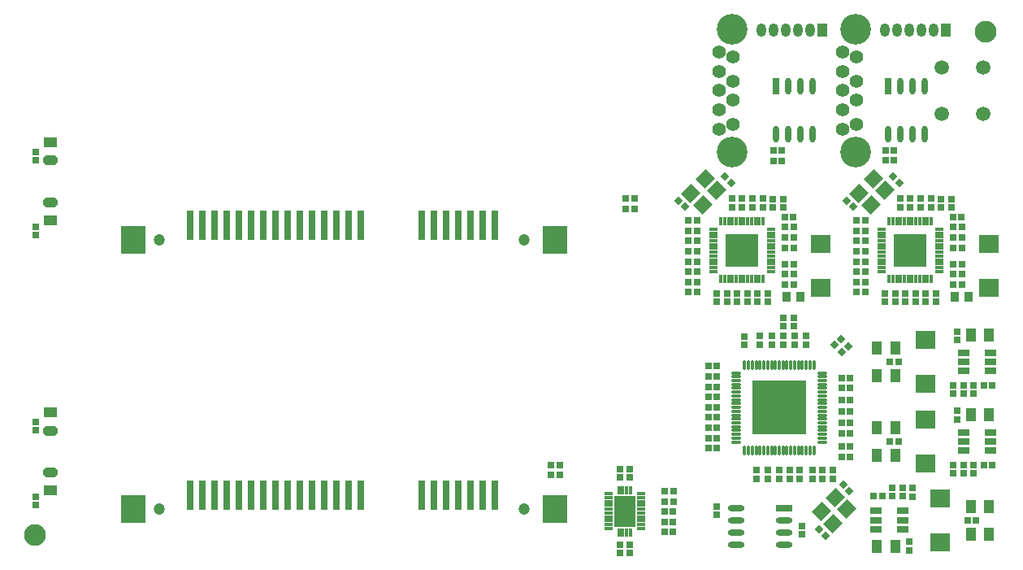
<source format=gbr>
%TF.GenerationSoftware,Altium Limited,Altium Designer,24.0.1 (36)*%
G04 Layer_Color=16711935*
%FSLAX45Y45*%
%MOMM*%
%TF.SameCoordinates,B6A243B4-E260-46CF-AFF0-E69CB888832F*%
%TF.FilePolarity,Negative*%
%TF.FileFunction,Soldermask,Bot*%
%TF.Part,Single*%
G01*
G75*
%TA.AperFunction,SMDPad,CuDef*%
%ADD76R,0.70320X0.70320*%
%ADD77R,2.12321X1.92720*%
%ADD78R,1.09220X1.47320*%
%ADD79R,0.70320X0.70320*%
%ADD80R,1.20320X0.65320*%
%ADD82C,2.27000*%
%ADD92R,0.70320X1.70320*%
%ADD93O,0.70320X1.70320*%
%TA.AperFunction,ComponentPad*%
%ADD94C,3.20294*%
%ADD95C,1.40208*%
%ADD96C,1.50320*%
%ADD97C,1.20320*%
%TA.AperFunction,SMDPad,CuDef*%
G04:AMPARAMS|DCode=98|XSize=1.4732mm|YSize=1.0922mm|CornerRadius=0mm|HoleSize=0mm|Usage=FLASHONLY|Rotation=0.000|XOffset=0mm|YOffset=0mm|HoleType=Round|Shape=Octagon|*
%AMOCTAGOND98*
4,1,8,0.73660,-0.27305,0.73660,0.27305,0.46355,0.54610,-0.46355,0.54610,-0.73660,0.27305,-0.73660,-0.27305,-0.46355,-0.54610,0.46355,-0.54610,0.73660,-0.27305,0.0*
%
%ADD98OCTAGOND98*%

%ADD99R,1.47320X1.09220*%
%ADD100O,1.00320X1.40320*%
%ADD101R,1.00320X1.40320*%
%ADD102O,1.70320X0.70320*%
%ADD103R,1.70320X0.70320*%
%ADD104P,0.99447X4X270.0*%
%ADD105R,3.50320X3.50320*%
%ADD106O,0.90320X0.40320*%
%ADD107O,0.40320X0.90320*%
%ADD108O,1.00320X0.40320*%
%ADD109O,0.40320X1.00320*%
%ADD110R,5.70320X5.70320*%
G04:AMPARAMS|DCode=111|XSize=1.5032mm|YSize=1.4032mm|CornerRadius=0mm|HoleSize=0mm|Usage=FLASHONLY|Rotation=45.000|XOffset=0mm|YOffset=0mm|HoleType=Round|Shape=Rectangle|*
%AMROTATEDRECTD111*
4,1,4,-0.03535,-1.02757,-1.02757,-0.03535,0.03535,1.02757,1.02757,0.03535,-0.03535,-1.02757,0.0*
%
%ADD111ROTATEDRECTD111*%

%ADD112P,0.99447X4X180.0*%
%ADD113R,0.95320X1.05320*%
%ADD114R,0.40320X0.90322*%
%ADD115R,0.90320X0.40320*%
%ADD116R,2.20320X3.20319*%
%ADD117R,2.60320X3.00320*%
%ADD118R,0.80320X3.10320*%
D76*
X7421880Y3689940D02*
D03*
Y3604940D02*
D03*
X8308340Y3484200D02*
D03*
Y3399200D02*
D03*
X9174480Y5910580D02*
D03*
Y5820580D02*
D03*
X7795260Y6894660D02*
D03*
Y6804660D02*
D03*
X7741920Y5910580D02*
D03*
Y5820580D02*
D03*
X9547860Y6894660D02*
D03*
Y6804660D02*
D03*
X9441180D02*
D03*
Y6894660D02*
D03*
X9334500Y6804660D02*
D03*
Y6894660D02*
D03*
X9654540D02*
D03*
Y6804660D02*
D03*
X9761220Y6806835D02*
D03*
Y6891835D02*
D03*
X9867900Y6806835D02*
D03*
Y6891835D02*
D03*
X7688580Y6804660D02*
D03*
Y6894660D02*
D03*
X8008620Y6891835D02*
D03*
Y6806835D02*
D03*
X7901940Y6804660D02*
D03*
Y6894660D02*
D03*
X7581900Y6804660D02*
D03*
Y6894660D02*
D03*
X7848600Y5910587D02*
D03*
Y5820587D02*
D03*
X7953719Y5908405D02*
D03*
Y5823405D02*
D03*
X8115300Y6891835D02*
D03*
Y6806835D02*
D03*
X7528560Y5820580D02*
D03*
Y5910580D02*
D03*
X7635240Y5820580D02*
D03*
Y5910580D02*
D03*
X7421880Y5820580D02*
D03*
Y5910580D02*
D03*
X8114538Y5374640D02*
D03*
Y5464640D02*
D03*
X7994650D02*
D03*
Y5374640D02*
D03*
X7874762D02*
D03*
Y5464640D02*
D03*
X8354568Y5374636D02*
D03*
Y5464637D02*
D03*
X6413500Y3993556D02*
D03*
Y4078556D02*
D03*
X6410960Y3205555D02*
D03*
Y3295555D02*
D03*
X6517640Y3205555D02*
D03*
Y3295555D02*
D03*
X9253220Y3795763D02*
D03*
Y3880763D02*
D03*
X9359900Y3880440D02*
D03*
Y3795440D02*
D03*
X9466580Y3882938D02*
D03*
Y3792938D02*
D03*
X9425940Y3321598D02*
D03*
Y3231598D02*
D03*
X10101580Y4121417D02*
D03*
Y4036417D02*
D03*
X9888220Y4862282D02*
D03*
Y4952282D02*
D03*
X9994900Y4949780D02*
D03*
Y4864780D02*
D03*
X10101580Y4864457D02*
D03*
Y4949457D02*
D03*
X9928860Y5423622D02*
D03*
Y5513622D02*
D03*
Y4595582D02*
D03*
Y4685582D02*
D03*
X9888220Y4034242D02*
D03*
Y4124242D02*
D03*
X9994900Y4036740D02*
D03*
Y4121740D02*
D03*
X8227060Y5656580D02*
D03*
Y5566580D02*
D03*
X8120380Y5656580D02*
D03*
Y5566580D02*
D03*
X6520180Y3993556D02*
D03*
Y4078556D02*
D03*
X9387840Y5820580D02*
D03*
Y5910580D02*
D03*
X9281160D02*
D03*
Y5820580D02*
D03*
X9494520Y5910580D02*
D03*
Y5820580D02*
D03*
X9601200Y5910587D02*
D03*
Y5820587D02*
D03*
X9706319Y5908405D02*
D03*
Y5823405D02*
D03*
X7834630Y3979080D02*
D03*
Y4069080D02*
D03*
X7954772Y3979080D02*
D03*
Y4069080D02*
D03*
X7714742Y5377458D02*
D03*
Y5462458D02*
D03*
X8234680Y5464640D02*
D03*
Y5374640D02*
D03*
X8181340Y3981262D02*
D03*
Y4066262D02*
D03*
X8288020Y3979080D02*
D03*
Y4069080D02*
D03*
X8074660Y3979080D02*
D03*
Y4069080D02*
D03*
X8420100Y3981262D02*
D03*
Y4066262D02*
D03*
X8633460Y3981262D02*
D03*
Y4066262D02*
D03*
X8526780Y3981262D02*
D03*
Y4066262D02*
D03*
X331760Y6603270D02*
D03*
Y6518270D02*
D03*
Y7380510D02*
D03*
Y7295510D02*
D03*
Y3788950D02*
D03*
Y3703950D02*
D03*
Y4481190D02*
D03*
Y4566190D02*
D03*
D77*
X8506460Y6421120D02*
D03*
Y5965520D02*
D03*
X9753600Y3320580D02*
D03*
Y3776180D02*
D03*
X9601200Y4596600D02*
D03*
Y4141000D02*
D03*
Y5424640D02*
D03*
Y4969040D02*
D03*
X10259060Y6421120D02*
D03*
Y5965520D02*
D03*
D78*
X10261100Y3403600D02*
D03*
X10071100D02*
D03*
X10261100Y3693160D02*
D03*
X10071100D02*
D03*
X9284712Y3271528D02*
D03*
X9094712D02*
D03*
X9093700Y5341620D02*
D03*
X9283700D02*
D03*
X9093700Y4224020D02*
D03*
X9283700D02*
D03*
X9093700Y4513580D02*
D03*
X9283700D02*
D03*
X10070088Y4645652D02*
D03*
X10260088D02*
D03*
X9093700Y5052060D02*
D03*
X9283700D02*
D03*
X10070088Y5473692D02*
D03*
X10260088D02*
D03*
D79*
X6477718Y6789420D02*
D03*
X6567718D02*
D03*
X7125418Y6240780D02*
D03*
X7215418D02*
D03*
X8878018Y6134100D02*
D03*
Y6240780D02*
D03*
X8968018Y6347460D02*
D03*
X8878018D02*
D03*
X8968018Y6240780D02*
D03*
Y6134100D02*
D03*
Y5920740D02*
D03*
X8878018D02*
D03*
X8968018Y6027420D02*
D03*
X8878018D02*
D03*
X8878025Y6560820D02*
D03*
X8968025D02*
D03*
X8878025Y6454140D02*
D03*
X8968025D02*
D03*
X7215418Y6667500D02*
D03*
X7125418D02*
D03*
X7215418Y5920740D02*
D03*
X7125418D02*
D03*
X8133087Y6215380D02*
D03*
X8223087D02*
D03*
X7125418Y6347460D02*
D03*
X7215418D02*
D03*
X8223087Y6385560D02*
D03*
X8133087D02*
D03*
X8223087Y6108700D02*
D03*
X8133087D02*
D03*
X8223087Y6598920D02*
D03*
X8133087D02*
D03*
X8220262Y6705600D02*
D03*
X8135262D02*
D03*
X8223080Y6002020D02*
D03*
X8133080D02*
D03*
X7125418Y6027420D02*
D03*
X7215418D02*
D03*
X7424420Y4297680D02*
D03*
X7334420D02*
D03*
X6881578Y3850640D02*
D03*
X6971578D02*
D03*
X6881898Y3743960D02*
D03*
X6971898D02*
D03*
X6969080Y3423920D02*
D03*
X6884080D02*
D03*
X6969723Y3530600D02*
D03*
X6884723D02*
D03*
X6969080Y3637280D02*
D03*
X6884080D02*
D03*
X7334420Y4617720D02*
D03*
X7424420D02*
D03*
X10126065Y3548380D02*
D03*
X10036065D02*
D03*
X9148358Y3797300D02*
D03*
X9058358D02*
D03*
X9228735Y5196840D02*
D03*
X9318735D02*
D03*
X8013700Y7289800D02*
D03*
X8098700D02*
D03*
X9187180Y7399020D02*
D03*
X9272180D02*
D03*
X8098700D02*
D03*
X8013700D02*
D03*
X9187180Y7292340D02*
D03*
X9272180D02*
D03*
X9228735Y4368800D02*
D03*
X9318735D02*
D03*
X10206442Y4119880D02*
D03*
X10296442D02*
D03*
X10206442Y4947920D02*
D03*
X10296442D02*
D03*
X7215425Y6454140D02*
D03*
X7125425D02*
D03*
X7215425Y6560820D02*
D03*
X7125425D02*
D03*
X9975687Y6385560D02*
D03*
X9885687D02*
D03*
X8968018Y6667500D02*
D03*
X8878018D02*
D03*
X9972862Y6705600D02*
D03*
X9887862D02*
D03*
X9975687Y6598920D02*
D03*
X9885687D02*
D03*
X9975680Y6002020D02*
D03*
X9885680D02*
D03*
X9885687Y6215380D02*
D03*
X9975687D02*
D03*
X9885687Y6108700D02*
D03*
X9975687D02*
D03*
X7421880Y5151120D02*
D03*
X7336880D02*
D03*
X8814900Y4681982D02*
D03*
X8724900D02*
D03*
X8812718Y5029200D02*
D03*
X8727718D02*
D03*
X8814900Y4921758D02*
D03*
X8724900D02*
D03*
X7421880Y4724400D02*
D03*
X7336880D02*
D03*
X7424420Y4937760D02*
D03*
X7334420D02*
D03*
X8814900Y4455160D02*
D03*
X8724900D02*
D03*
X8814900Y4561840D02*
D03*
X8724900D02*
D03*
X7334420Y4831080D02*
D03*
X7424420D02*
D03*
X8724900Y4801870D02*
D03*
X8814900D02*
D03*
X7421880Y4511040D02*
D03*
X7336880D02*
D03*
Y4404360D02*
D03*
X7421880D02*
D03*
X8813120Y4312920D02*
D03*
X8728120D02*
D03*
X8813120Y4206240D02*
D03*
X8728120D02*
D03*
X7336880Y5044440D02*
D03*
X7421880D02*
D03*
X6567718Y6896100D02*
D03*
X6477718D02*
D03*
X9885687Y6492240D02*
D03*
X9975687D02*
D03*
X8133087D02*
D03*
X8223087D02*
D03*
X7215418Y6134100D02*
D03*
X7125418D02*
D03*
X5695402Y4018280D02*
D03*
X5785402D02*
D03*
X5695400Y4122420D02*
D03*
X5785400D02*
D03*
D80*
X10276840Y4273800D02*
D03*
Y4368800D02*
D03*
Y4463800D02*
D03*
X9997440D02*
D03*
Y4368800D02*
D03*
Y4273800D02*
D03*
X9357360Y3643380D02*
D03*
Y3548380D02*
D03*
Y3453380D02*
D03*
X9077960D02*
D03*
Y3548380D02*
D03*
Y3643380D02*
D03*
X9997440Y5101840D02*
D03*
Y5196840D02*
D03*
Y5291840D02*
D03*
X10276840D02*
D03*
Y5196840D02*
D03*
Y5101840D02*
D03*
D82*
X322580Y3390900D02*
D03*
X10228580Y8630920D02*
D03*
D92*
X8036560Y8065580D02*
D03*
X9210040D02*
D03*
D93*
X8417560Y7565580D02*
D03*
X8290560D02*
D03*
X8163560D02*
D03*
X8036560D02*
D03*
X8417560Y8065580D02*
D03*
X8290560D02*
D03*
X8163560D02*
D03*
X9591040Y7565580D02*
D03*
X9464040D02*
D03*
X9337040D02*
D03*
X9210040D02*
D03*
X9591040Y8065580D02*
D03*
X9464040D02*
D03*
X9337040D02*
D03*
D94*
X7584440Y8661400D02*
D03*
Y7381240D02*
D03*
X8872922Y8661400D02*
D03*
Y7381240D02*
D03*
D95*
X7594346Y7671308D02*
D03*
Y7921244D02*
D03*
Y8121396D02*
D03*
Y8371332D02*
D03*
X7444486Y7621270D02*
D03*
Y7821422D02*
D03*
Y8021320D02*
D03*
Y8221218D02*
D03*
Y8421370D02*
D03*
X8882828Y7671308D02*
D03*
Y7921244D02*
D03*
Y8121396D02*
D03*
Y8371332D02*
D03*
X8732968Y7621270D02*
D03*
Y7821422D02*
D03*
Y8021320D02*
D03*
Y8221218D02*
D03*
Y8421370D02*
D03*
D96*
X10197198Y7781315D02*
D03*
X9767201D02*
D03*
Y8261325D02*
D03*
X10197198D02*
D03*
D97*
X1616116Y6469476D02*
D03*
X5416116D02*
D03*
X1616116Y3662126D02*
D03*
X5416116D02*
D03*
D98*
X484158Y6860072D02*
D03*
Y4045802D02*
D03*
X484174Y4478357D02*
D03*
Y7292627D02*
D03*
D99*
X484158Y6670072D02*
D03*
Y3855802D02*
D03*
X484174Y4668357D02*
D03*
Y7482627D02*
D03*
D100*
X7889240Y8653780D02*
D03*
X8143240D02*
D03*
X8270240D02*
D03*
X8397240D02*
D03*
X8016240D02*
D03*
X9171940Y8651240D02*
D03*
X9425940D02*
D03*
X9552940D02*
D03*
X9679940D02*
D03*
X9298940D02*
D03*
D101*
X8524240Y8653780D02*
D03*
X9806940Y8651240D02*
D03*
D102*
X8124000Y3416300D02*
D03*
Y3543300D02*
D03*
Y3289300D02*
D03*
X7624000Y3670300D02*
D03*
Y3543300D02*
D03*
Y3416300D02*
D03*
Y3289300D02*
D03*
D103*
X8124000Y3670300D02*
D03*
D104*
X8653780Y5372100D02*
D03*
X8717420Y5435740D02*
D03*
X8793620Y5359540D02*
D03*
X8729980Y5295900D02*
D03*
D105*
X9438640Y6357620D02*
D03*
X7686040D02*
D03*
D106*
X9738640Y6137620D02*
D03*
Y6177620D02*
D03*
Y6217620D02*
D03*
Y6257620D02*
D03*
Y6297620D02*
D03*
Y6337620D02*
D03*
Y6377620D02*
D03*
Y6417620D02*
D03*
Y6457620D02*
D03*
Y6497620D02*
D03*
Y6537620D02*
D03*
Y6577620D02*
D03*
X9138640D02*
D03*
Y6537620D02*
D03*
Y6497620D02*
D03*
Y6457620D02*
D03*
Y6417620D02*
D03*
Y6377620D02*
D03*
Y6337620D02*
D03*
Y6297620D02*
D03*
Y6257620D02*
D03*
Y6217620D02*
D03*
Y6177620D02*
D03*
Y6137620D02*
D03*
X7386040D02*
D03*
Y6177620D02*
D03*
Y6217620D02*
D03*
Y6257620D02*
D03*
Y6297620D02*
D03*
Y6337620D02*
D03*
Y6377620D02*
D03*
Y6417620D02*
D03*
Y6457620D02*
D03*
Y6497620D02*
D03*
Y6537620D02*
D03*
Y6577620D02*
D03*
X7986040D02*
D03*
Y6537620D02*
D03*
Y6497620D02*
D03*
Y6457620D02*
D03*
Y6417620D02*
D03*
Y6377620D02*
D03*
Y6337620D02*
D03*
Y6297620D02*
D03*
Y6257620D02*
D03*
Y6217620D02*
D03*
Y6177620D02*
D03*
Y6137620D02*
D03*
D107*
X9658640Y6657620D02*
D03*
X9618640D02*
D03*
X9578640D02*
D03*
X9538640D02*
D03*
X9498640D02*
D03*
X9458640D02*
D03*
X9418640D02*
D03*
X9378640D02*
D03*
X9338640D02*
D03*
X9298640D02*
D03*
X9258640D02*
D03*
X9218640D02*
D03*
Y6057620D02*
D03*
X9258640D02*
D03*
X9298640D02*
D03*
X9338640D02*
D03*
X9378640D02*
D03*
X9418640D02*
D03*
X9458640D02*
D03*
X9498640D02*
D03*
X9538640D02*
D03*
X9578640D02*
D03*
X9618640D02*
D03*
X9658640D02*
D03*
X7906040D02*
D03*
X7866040D02*
D03*
X7826040D02*
D03*
X7786040D02*
D03*
X7746040D02*
D03*
X7706040D02*
D03*
X7666040D02*
D03*
X7626040D02*
D03*
X7586040D02*
D03*
X7546040D02*
D03*
X7506040D02*
D03*
X7466040D02*
D03*
Y6657620D02*
D03*
X7506040D02*
D03*
X7546040D02*
D03*
X7586040D02*
D03*
X7626040D02*
D03*
X7666040D02*
D03*
X7706040D02*
D03*
X7746040D02*
D03*
X7786040D02*
D03*
X7826040D02*
D03*
X7866040D02*
D03*
X7906040D02*
D03*
D108*
X8519668Y5081778D02*
D03*
X8519668Y5041900D02*
D03*
X8519668Y5001768D02*
D03*
Y4881880D02*
D03*
Y4961890D02*
D03*
Y4921758D02*
D03*
Y4761738D02*
D03*
Y4841748D02*
D03*
Y4801870D02*
D03*
Y4641850D02*
D03*
Y4721860D02*
D03*
Y4681982D02*
D03*
Y4601972D02*
D03*
Y4561840D02*
D03*
Y4521962D02*
D03*
X8519668Y4401820D02*
D03*
X8519668Y4361942D02*
D03*
Y4481830D02*
D03*
Y4441952D02*
D03*
X7629652Y5081778D02*
D03*
X7629652Y5041900D02*
D03*
X7629652Y5001768D02*
D03*
Y4961890D02*
D03*
Y4841748D02*
D03*
Y4921758D02*
D03*
Y4881880D02*
D03*
Y4801870D02*
D03*
Y4761738D02*
D03*
Y4641850D02*
D03*
Y4721860D02*
D03*
Y4681982D02*
D03*
Y4601972D02*
D03*
Y4561840D02*
D03*
Y4441952D02*
D03*
Y4521962D02*
D03*
Y4481830D02*
D03*
X7629652Y4401820D02*
D03*
X7629652Y4361942D02*
D03*
D109*
X8394700Y5166868D02*
D03*
X8434578Y5166868D02*
D03*
X8314690D02*
D03*
X8354568D02*
D03*
X8154670D02*
D03*
X8194548D02*
D03*
X8074660D02*
D03*
X8114538D02*
D03*
X8274558D02*
D03*
X8234680D02*
D03*
X8434578Y4276852D02*
D03*
X8394700Y4276852D02*
D03*
X8314690Y4276852D02*
D03*
X8354568D02*
D03*
X8194548D02*
D03*
X8234680D02*
D03*
X8114538D02*
D03*
X8154670D02*
D03*
X8274558D02*
D03*
X7994650Y5166868D02*
D03*
X8034782D02*
D03*
X7914640D02*
D03*
X7954772D02*
D03*
X7794752D02*
D03*
X7834630D02*
D03*
X7754620Y5166868D02*
D03*
X7714742Y5166868D02*
D03*
X7874762D02*
D03*
X8034782Y4276852D02*
D03*
X8074660D02*
D03*
X7954772D02*
D03*
X7994650D02*
D03*
X7834630D02*
D03*
X7874762D02*
D03*
X7714742D02*
D03*
X7794752D02*
D03*
X7914640D02*
D03*
X7754620Y4276852D02*
D03*
D110*
X8074660Y4721860D02*
D03*
D111*
X8908050Y6950538D02*
D03*
X9056542Y7099030D02*
D03*
X9028258Y6830330D02*
D03*
X9176750Y6978822D02*
D03*
X7424150D02*
D03*
X7275658Y6830330D02*
D03*
X7303942Y7099030D02*
D03*
X7155450Y6950538D02*
D03*
X8780510Y3664122D02*
D03*
X8660302Y3784330D02*
D03*
X8632018Y3515630D02*
D03*
X8511810Y3635838D02*
D03*
D112*
X9325681Y7059859D02*
D03*
X9262041Y7123499D02*
D03*
X8778240Y6873240D02*
D03*
X8841880Y6809600D02*
D03*
X7509441Y7123499D02*
D03*
X7573081Y7059859D02*
D03*
X7025640Y6873240D02*
D03*
X7089280Y6809600D02*
D03*
X8489879Y3450661D02*
D03*
X8553519Y3387021D02*
D03*
X8803780Y3850500D02*
D03*
X8740140Y3914140D02*
D03*
D113*
X8153400Y5869940D02*
D03*
X8298400D02*
D03*
X9906000D02*
D03*
X10051000D02*
D03*
D114*
X6404280Y3422344D02*
D03*
X6444285D02*
D03*
X6484290D02*
D03*
X6524295D02*
D03*
X6404305Y3862374D02*
D03*
X6444310D02*
D03*
X6484315D02*
D03*
X6524320D02*
D03*
D115*
X6294298Y3462375D02*
D03*
Y3502380D02*
D03*
Y3542359D02*
D03*
Y3622369D02*
D03*
Y3582364D02*
D03*
X6634302Y3502354D02*
D03*
Y3462349D02*
D03*
Y3582339D02*
D03*
Y3542359D02*
D03*
Y3622344D02*
D03*
X6294298Y3662374D02*
D03*
Y3702379D02*
D03*
Y3782364D02*
D03*
Y3742359D02*
D03*
Y3822369D02*
D03*
X6634302Y3702354D02*
D03*
Y3742359D02*
D03*
Y3782339D02*
D03*
Y3662349D02*
D03*
Y3822344D02*
D03*
D116*
X6464300Y3642359D02*
D03*
D117*
X5735116Y6469476D02*
D03*
X1341116D02*
D03*
X5735116Y3662126D02*
D03*
X1341116D02*
D03*
D118*
X5114116Y6619476D02*
D03*
X4987116D02*
D03*
X4860116D02*
D03*
X4733116D02*
D03*
X4606116D02*
D03*
X4479116D02*
D03*
X4352116D02*
D03*
X3717116D02*
D03*
X3590116D02*
D03*
X3463116D02*
D03*
X3336116D02*
D03*
X3209116D02*
D03*
X3082116D02*
D03*
X2955116D02*
D03*
X2828116D02*
D03*
X2701116D02*
D03*
X2574116D02*
D03*
X2447116D02*
D03*
X2320116D02*
D03*
X2193116D02*
D03*
X2066116D02*
D03*
X1939116D02*
D03*
X5114116Y3812126D02*
D03*
X4987116D02*
D03*
X4860116D02*
D03*
X4733116D02*
D03*
X4606116D02*
D03*
X4479116D02*
D03*
X4352116D02*
D03*
X3717116D02*
D03*
X3590116D02*
D03*
X3463116D02*
D03*
X3336116D02*
D03*
X3209116D02*
D03*
X3082116D02*
D03*
X2955116D02*
D03*
X2828116D02*
D03*
X2701116D02*
D03*
X2574116D02*
D03*
X2447116D02*
D03*
X2320116D02*
D03*
X2193116D02*
D03*
X2066116D02*
D03*
X1939116D02*
D03*
%TF.MD5,75ffb0afc5354ba466febbb1e1020cf8*%
M02*

</source>
